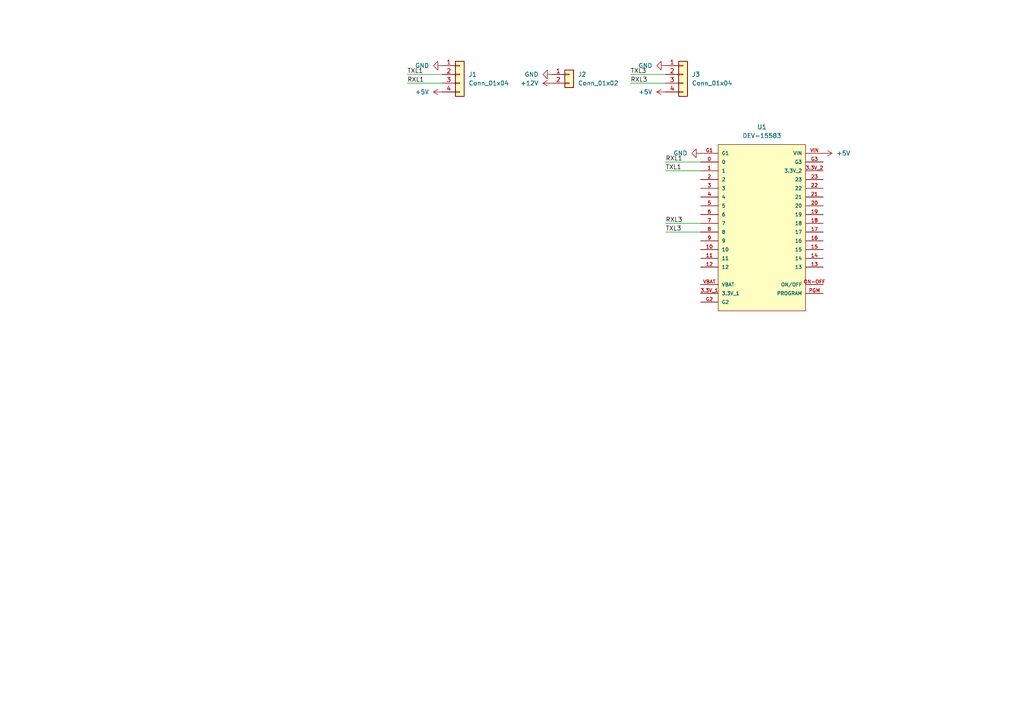
<source format=kicad_sch>
(kicad_sch (version 20230121) (generator eeschema)
  (paper "A4")
  (lib_symbols
    (symbol "Board:DEV-15583" (pin_names (offset 1.016))
      (property "Reference" "U" (at -12.7 23.622 0))
      (property "Value" "DEV-15583" (at -12.7 -27.94 0))
      (symbol "DEV-15583_0_0"
        (rectangle (start -12.7 -25.4) (end 12.7 22.86) (stroke (width 0.1524)) (fill (type background)))
        (pin bidirectional line (at -17.78 17.78 0) (length 5.08) (name "0") (number "0"))
        (pin bidirectional line (at -17.78 15.24 0) (length 5.08) (name "1") (number "1"))
        (pin bidirectional line (at -17.78 -7.62 0) (length 5.08) (name "10") (number "10"))
        (pin bidirectional line (at -17.78 -10.16 0) (length 5.08) (name "11") (number "11"))
        (pin bidirectional line (at -17.78 -12.7 0) (length 5.08) (name "12") (number "12"))
        (pin bidirectional line (at 17.78 -12.7 180) (length 5.08) (name "13") (number "13"))
        (pin bidirectional line (at 17.78 -10.16 180) (length 5.08) (name "14") (number "14"))
        (pin bidirectional line (at 17.78 -7.62 180) (length 5.08) (name "15") (number "15"))
        (pin bidirectional line (at 17.78 -5.08 180) (length 5.08) (name "16") (number "16"))
        (pin bidirectional line (at 17.78 -2.54 180) (length 5.08) (name "17") (number "17"))
        (pin bidirectional line (at 17.78 0 180) (length 5.08) (name "18") (number "18"))
        (pin bidirectional line (at 17.78 2.54 180) (length 5.08) (name "19") (number "19"))
        (pin bidirectional line (at -17.78 12.7 0) (length 5.08) (name "2") (number "2"))
        (pin bidirectional line (at 17.78 5.08 180) (length 5.08) (name "20") (number "20"))
        (pin bidirectional line (at 17.78 7.62 180) (length 5.08) (name "21") (number "21"))
        (pin bidirectional line (at 17.78 10.16 180) (length 5.08) (name "22") (number "22"))
        (pin bidirectional line (at 17.78 12.7 180) (length 5.08) (name "23") (number "23"))
        (pin bidirectional line (at -17.78 10.16 0) (length 5.08) (name "3") (number "3"))
        (pin power_in line (at -17.78 -20.32 0) (length 5.08) (name "3.3V_1") (number "3.3V_1"))
        (pin power_in line (at 17.78 15.24 180) (length 5.08) (name "3.3V_2") (number "3.3V_2"))
        (pin bidirectional line (at -17.78 7.62 0) (length 5.08) (name "4") (number "4"))
        (pin bidirectional line (at -17.78 5.08 0) (length 5.08) (name "5") (number "5"))
        (pin bidirectional line (at -17.78 2.54 0) (length 5.08) (name "6") (number "6"))
        (pin bidirectional line (at -17.78 0 0) (length 5.08) (name "7") (number "7"))
        (pin bidirectional line (at -17.78 -2.54 0) (length 5.08) (name "8") (number "8"))
        (pin bidirectional line (at -17.78 -5.08 0) (length 5.08) (name "9") (number "9"))
        (pin power_in line (at -17.78 20.32 0) (length 5.08) (name "G1") (number "G1"))
        (pin power_in line (at -17.78 -22.86 0) (length 5.08) (name "G2") (number "G2"))
        (pin power_in line (at 17.78 17.78 180) (length 5.08) (name "G3") (number "G3"))
        (pin bidirectional line (at 17.78 -17.78 180) (length 5.08) (name "ON/OFF") (number "ON-OFF"))
        (pin bidirectional line (at 17.78 -20.32 180) (length 5.08) (name "PROGRAM") (number "PGM"))
        (pin power_in line (at -17.78 -17.78 0) (length 5.08) (name "VBAT") (number "VBAT"))
        (pin power_in line (at 17.78 20.32 180) (length 5.08) (name "VIN") (number "VIN"))
      )
    )
    (symbol "Connector_Generic:Conn_01x02" (pin_names (offset 1.016) hide)
      (property "Reference" "J" (at 0 2.54 0))
      (property "Value" "Conn_01x02" (at 0 -5.08 0))
      (symbol "Conn_01x02_1_1"
        (rectangle (start -1.27 -2.413) (end 0 -2.667) (stroke (width 0.1524)))
        (rectangle (start -1.27 0.127) (end 0 -0.127) (stroke (width 0.1524)))
        (rectangle (start -1.27 1.27) (end 1.27 -3.81) (stroke (width 0.254)) (fill (type background)))
        (pin passive line (at -5.08 0 0) (length 3.81) (name "Pin_1") (number "1"))
        (pin passive line (at -5.08 -2.54 0) (length 3.81) (name "Pin_2") (number "2"))
      )
    )
    (symbol "Connector_Generic:Conn_01x04" (pin_names (offset 1.016) hide)
      (property "Reference" "J" (at 0 5.08 0))
      (property "Value" "Conn_01x04" (at 0 -7.62 0))
      (symbol "Conn_01x04_1_1"
        (rectangle (start -1.27 -4.953) (end 0 -5.207) (stroke (width 0.1524)))
        (rectangle (start -1.27 -2.413) (end 0 -2.667) (stroke (width 0.1524)))
        (rectangle (start -1.27 0.127) (end 0 -0.127) (stroke (width 0.1524)))
        (rectangle (start -1.27 2.667) (end 0 2.413) (stroke (width 0.1524)))
        (rectangle (start -1.27 3.81) (end 1.27 -6.35) (stroke (width 0.254)) (fill (type background)))
        (pin passive line (at -5.08 2.54 0) (length 3.81) (name "Pin_1") (number "1"))
        (pin passive line (at -5.08 0 0) (length 3.81) (name "Pin_2") (number "2"))
        (pin passive line (at -5.08 -2.54 0) (length 3.81) (name "Pin_3") (number "3"))
        (pin passive line (at -5.08 -5.08 0) (length 3.81) (name "Pin_4") (number "4"))
      )
    )
    (symbol "power:+12V" (power) (pin_names (offset 0))
      (property "Value" "+12V" (at 0 3.556 0))
      (symbol "+12V_0_1"
        (polyline (pts (xy -0.762 1.27) (xy 0 2.54)))
        (polyline (pts (xy 0 0) (xy 0 2.54)))
        (polyline (pts (xy 0 2.54) (xy 0.762 1.27)))
      )
      (symbol "+12V_1_1"
        (pin power_in line (at 0 0 90) (length 0) hide (name "+12V") (number "1"))
      )
    )
    (symbol "power:+5V" (power) (pin_names (offset 0))
      (property "Value" "+5V" (at 0 3.556 0))
      (symbol "+5V_0_1"
        (polyline (pts (xy -0.762 1.27) (xy 0 2.54)))
        (polyline (pts (xy 0 0) (xy 0 2.54)))
        (polyline (pts (xy 0 2.54) (xy 0.762 1.27)))
      )
      (symbol "+5V_1_1"
        (pin power_in line (at 0 0 90) (length 0) hide (name "+5V") (number "1"))
      )
    )
    (symbol "power:GND" (power) (pin_names (offset 0))
      (property "Value" "GND" (at 0 -3.81 0))
      (symbol "GND_0_1"
        (polyline (pts (xy 0 0) (xy 0 -1.27) (xy 1.27 -1.27) (xy 0 -2.54) (xy -1.27 -1.27) (xy 0 -1.27)))
      )
      (symbol "GND_1_1"
        (pin power_in line (at 0 0 270) (length 0) hide (name "GND") (number "1"))
      )
    )
  )
  (wire (pts (xy 193.04 64.77) (xy 203.2 64.77)))
  (wire (pts (xy 182.88 24.13) (xy 193.04 24.13)))
  (wire (pts (xy 193.04 49.53) (xy 203.2 49.53)))
  (wire (pts (xy 182.88 21.59) (xy 193.04 21.59)))
  (wire (pts (xy 193.04 67.31) (xy 203.2 67.31)))
  (wire (pts (xy 118.11 21.59) (xy 128.27 21.59)))
  (wire (pts (xy 193.04 46.99) (xy 203.2 46.99)))
  (wire (pts (xy 118.11 24.13) (xy 128.27 24.13)))
  (label "RXL3" (at 182.88 24.13 0))
  (label "TXL3" (at 193.04 67.31 0))
  (label "RXL3" (at 193.04 64.77 0))
  (label "RXL1" (at 118.11 24.13 0))
  (label "TXL3" (at 182.88 21.59 0))
  (label "TXL1" (at 118.11 21.59 0))
  (label "RXL1" (at 193.04 46.99 0))
  (label "TXL1" (at 193.04 49.53 0))
  (symbol (lib_id "Connector_Generic:Conn_01x04") (at 133.35 21.59 0) (unit 1)
    (property "Reference" "J1" (at 135.89 21.59 0) (effects (justify left)))
    (property "Value" "Conn_01x04" (at 135.89 24.13 0) (effects (justify left)))
    (property "Footprint" "Connector_JST:JST_XH_B4B-XH-AM_1x04_P2.50mm_Vertical" (effects hide))
  )
  (symbol (lib_id "power:GND") (at 193.04 19.05 270) (unit 1)
    (property "Reference" "#PWR07" (effects hide))
    (property "Value" "GND" (at 189.23 19.05 90) (effects (justify right)))
  )
  (symbol (lib_id "power:GND") (at 160.02 21.59 270) (unit 1)
    (property "Reference" "#PWR02" (effects hide))
    (property "Value" "GND" (at 156.21 21.59 90) (effects (justify right)))
  )
  (symbol (lib_id "power:+5V") (at 128.27 26.67 90) (unit 1)
    (property "Reference" "#PWR05" (effects hide))
    (property "Value" "+5V" (at 124.46 26.67 90) (effects (justify left)))
  )
  (symbol (lib_id "Connector_Generic:Conn_01x04") (at 198.12 21.59 0) (unit 1)
    (property "Reference" "J3" (at 200.66 21.59 0) (effects (justify left)))
    (property "Value" "Conn_01x04" (at 200.66 24.13 0) (effects (justify left)))
    (property "Footprint" "Connector_JST:JST_XH_B4B-XH-AM_1x04_P2.50mm_Vertical" (effects hide))
  )
  (symbol (lib_id "Board:DEV-15583") (at 220.98 64.77 0) (unit 1)
    (property "Reference" "U1" (at 220.98 36.83 0))
    (property "Value" "DEV-15583" (at 220.98 39.37 0))
    (property "Footprint" "DEV-15583:MODULE_DEV-15583" (effects hide))
    (property "MF" "SparkFun Electronics" (effects hide))
    (property "MAXIMUM_PACKAGE_HEIGHT" "5.87mm" (effects hide))
    (property "Package" "None" (effects hide))
    (property "Price" "None" (effects hide))
    (property "Check_prices" "https://www.snapeda.com/parts/DEV-15583/SparkFun+Electronics/view-part/?ref=eda" (effects hide))
    (property "STANDARD" "Manufacturer Recommendations" (effects hide))
    (property "SnapEDA_Link" "https://www.snapeda.com/parts/DEV-15583/SparkFun+Electronics/view-part/?ref=snap" (effects hide))
    (property "MP" "DEV-15583" (effects hide))
    (property "Purchase-URL" "https://www.snapeda.com/api/url_track_click_mouser/?unipart_id=4001229&manufacturer=SparkFun Electronics&part_name=DEV-15583&search_term=None" (effects hide))
    (property "Description" "\nRT1062 Teensy 4.0 series ARM® Cortex®-M7 MPU Embedded Evaluation Board\n" (effects hide))
    (property "Availability" "In Stock" (effects hide))
    (property "MANUFACTURER" "Sparkfun" (effects hide))
  )
  (symbol (lib_id "power:+12V") (at 160.02 24.13 90) (unit 1)
    (property "Reference" "#PWR03" (effects hide))
    (property "Value" "+12V" (at 156.21 24.13 90) (effects (justify left)))
  )
  (symbol (lib_id "Connector_Generic:Conn_01x02") (at 165.1 21.59 0) (unit 1)
    (property "Reference" "J2" (at 167.64 21.59 0) (effects (justify left)))
    (property "Value" "Conn_01x02" (at 167.64 24.13 0) (effects (justify left)))
    (property "Footprint" "Connector_AMASS:AMASS_XT60-M_1x02_P7.20mm_Vertical" (effects hide))
  )
  (symbol (lib_id "power:GND") (at 203.2 44.45 270) (unit 1)
    (property "Reference" "#PWR06" (effects hide))
    (property "Value" "GND" (at 199.39 44.45 90) (effects (justify right)))
  )
  (symbol (lib_id "power:GND") (at 128.27 19.05 270) (unit 1)
    (property "Reference" "#PWR01" (effects hide))
    (property "Value" "GND" (at 124.46 19.05 90) (effects (justify right)))
  )
  (symbol (lib_id "power:+5V") (at 238.76 44.45 270) (unit 1)
    (property "Reference" "#PWR04" (effects hide))
    (property "Value" "+5V" (at 242.57 44.45 90) (effects (justify left)))
  )
  (symbol (lib_id "power:+5V") (at 193.04 26.67 90) (unit 1)
    (property "Reference" "#PWR08" (effects hide))
    (property "Value" "+5V" (at 189.23 26.67 90) (effects (justify left)))
  )
)
</source>
